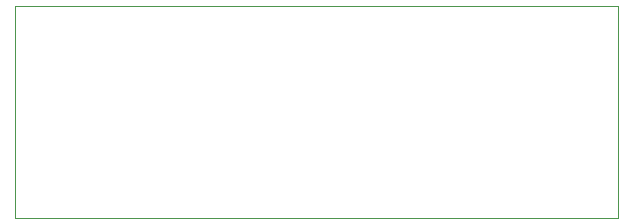
<source format=gbr>
G04 #@! TF.GenerationSoftware,KiCad,Pcbnew,(5.1.0-11-g23086decc)*
G04 #@! TF.CreationDate,2019-04-24T18:44:19+02:00*
G04 #@! TF.ProjectId,USB-EMI-Filter,5553422d-454d-4492-9d46-696c7465722e,rev?*
G04 #@! TF.SameCoordinates,Original*
G04 #@! TF.FileFunction,Profile,NP*
%FSLAX46Y46*%
G04 Gerber Fmt 4.6, Leading zero omitted, Abs format (unit mm)*
G04 Created by KiCad (PCBNEW (5.1.0-11-g23086decc)) date 2019-04-24 18:44:19*
%MOMM*%
%LPD*%
G04 APERTURE LIST*
%ADD10C,0.050000*%
G04 APERTURE END LIST*
D10*
X126000000Y-126500000D02*
X126000000Y-108500000D01*
X177000000Y-126500000D02*
X126000000Y-126500000D01*
X177000000Y-108500000D02*
X177000000Y-126500000D01*
X177000000Y-108500000D02*
X126000000Y-108500000D01*
M02*

</source>
